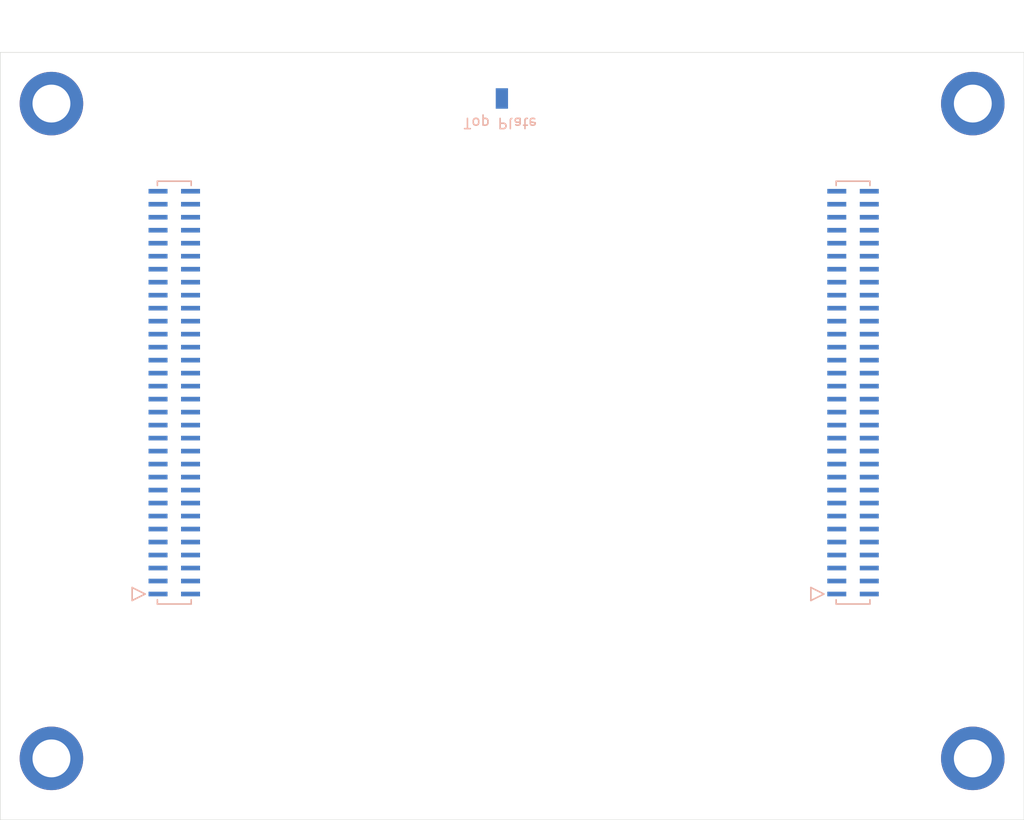
<source format=kicad_pcb>
(kicad_pcb (version 20171130) (host pcbnew 5.1.10-88a1d61d58~88~ubuntu20.04.1)

  (general
    (thickness 0.8)
    (drawings 17)
    (tracks 0)
    (zones 0)
    (modules 7)
    (nets 130)
  )

  (page USLetter)
  (title_block
    (title "PurpleDrop ElectrodeBoard 6")
    (date 2020-09-29)
    (rev 6.1)
    (company "University of Washington Molecular Information Systems Lab")
  )

  (layers
    (0 F.Cu signal)
    (31 B.Cu signal)
    (32 B.Adhes user hide)
    (33 F.Adhes user hide)
    (34 B.Paste user hide)
    (35 F.Paste user hide)
    (36 B.SilkS user hide)
    (37 F.SilkS user)
    (38 B.Mask user hide)
    (39 F.Mask user hide)
    (40 Dwgs.User user)
    (41 Cmts.User user hide)
    (42 Eco1.User user hide)
    (43 Eco2.User user hide)
    (44 Edge.Cuts user)
    (45 Margin user)
    (46 B.CrtYd user)
    (47 F.CrtYd user)
    (48 B.Fab user hide)
    (49 F.Fab user hide)
  )

  (setup
    (last_trace_width 0.15)
    (user_trace_width 0.5)
    (user_trace_width 0.75)
    (trace_clearance 0.105)
    (zone_clearance 0.16)
    (zone_45_only yes)
    (trace_min 0.15)
    (via_size 0.4572)
    (via_drill 0.2032)
    (via_min_size 0.4)
    (via_min_drill 0.2)
    (user_via 0.4572 0.2032)
    (uvia_size 0.3)
    (uvia_drill 0.1)
    (uvias_allowed no)
    (uvia_min_size 0.2)
    (uvia_min_drill 0.1)
    (edge_width 0.05)
    (segment_width 0.2)
    (pcb_text_width 0.3)
    (pcb_text_size 1.5 1.5)
    (mod_edge_width 0.12)
    (mod_text_size 1 1)
    (mod_text_width 0.15)
    (pad_size 6.2 6.2)
    (pad_drill 3.7)
    (pad_to_mask_clearance 0.051)
    (solder_mask_min_width 0.15)
    (aux_axis_origin 0 0)
    (visible_elements FEFFAE7F)
    (pcbplotparams
      (layerselection 0x010fc_ffffffff)
      (usegerberextensions false)
      (usegerberattributes false)
      (usegerberadvancedattributes false)
      (creategerberjobfile false)
      (excludeedgelayer true)
      (linewidth 0.100000)
      (plotframeref false)
      (viasonmask false)
      (mode 1)
      (useauxorigin false)
      (hpglpennumber 1)
      (hpglpenspeed 20)
      (hpglpendiameter 15.000000)
      (psnegative false)
      (psa4output false)
      (plotreference true)
      (plotvalue true)
      (plotinvisibletext false)
      (padsonsilk false)
      (subtractmaskfromsilk false)
      (outputformat 1)
      (mirror false)
      (drillshape 0)
      (scaleselection 1)
      (outputdirectory "outputs/gerbers/"))
  )

  (net 0 "")
  (net 1 /P1)
  (net 2 /P2)
  (net 3 /P3)
  (net 4 /P4)
  (net 5 /P80)
  (net 6 /P79)
  (net 7 /P81)
  (net 8 /P78)
  (net 9 /P82)
  (net 10 /P77)
  (net 11 /P83)
  (net 12 /P76)
  (net 13 /P84)
  (net 14 /P75)
  (net 15 /P85)
  (net 16 /P74)
  (net 17 /P86)
  (net 18 /P73)
  (net 19 /P87)
  (net 20 /P72)
  (net 21 /P88)
  (net 22 /P71)
  (net 23 /P89)
  (net 24 /P70)
  (net 25 /P90)
  (net 26 /P69)
  (net 27 /P91)
  (net 28 /P68)
  (net 29 /P92)
  (net 30 /P67)
  (net 31 /P93)
  (net 32 /P66)
  (net 33 /P94)
  (net 34 /P65)
  (net 35 /P95)
  (net 36 /P64)
  (net 37 /P96)
  (net 38 /P127)
  (net 39 /P97)
  (net 40 /P126)
  (net 41 /P98)
  (net 42 /P125)
  (net 43 /P99)
  (net 44 /P124)
  (net 45 /P100)
  (net 46 /P123)
  (net 47 /P101)
  (net 48 /P122)
  (net 49 /P102)
  (net 50 /P121)
  (net 51 /P103)
  (net 52 /P120)
  (net 53 /P104)
  (net 54 /P119)
  (net 55 /P105)
  (net 56 /P118)
  (net 57 /P106)
  (net 58 /P117)
  (net 59 /P107)
  (net 60 /P116)
  (net 61 /P108)
  (net 62 /P115)
  (net 63 /P109)
  (net 64 /P114)
  (net 65 /P110)
  (net 66 /P113)
  (net 67 /P111)
  (net 68 /P112)
  (net 69 /P48)
  (net 70 /P47)
  (net 71 /P49)
  (net 72 /P46)
  (net 73 /P50)
  (net 74 /P45)
  (net 75 /P51)
  (net 76 /P44)
  (net 77 /P52)
  (net 78 /P43)
  (net 79 /P53)
  (net 80 /P42)
  (net 81 /P54)
  (net 82 /P41)
  (net 83 /P55)
  (net 84 /P40)
  (net 85 /P56)
  (net 86 /P39)
  (net 87 /P57)
  (net 88 /P38)
  (net 89 /P58)
  (net 90 /P37)
  (net 91 /P59)
  (net 92 /P36)
  (net 93 /P60)
  (net 94 /P35)
  (net 95 /P61)
  (net 96 /P34)
  (net 97 /P62)
  (net 98 /P33)
  (net 99 /P63)
  (net 100 /P32)
  (net 101 /P0)
  (net 102 /P31)
  (net 103 /P30)
  (net 104 /P29)
  (net 105 /P28)
  (net 106 /P27)
  (net 107 /P5)
  (net 108 /P26)
  (net 109 /P6)
  (net 110 /P25)
  (net 111 /P7)
  (net 112 /P24)
  (net 113 /P8)
  (net 114 /P23)
  (net 115 /P9)
  (net 116 /P22)
  (net 117 /P10)
  (net 118 /P21)
  (net 119 /P11)
  (net 120 /P20)
  (net 121 /P12)
  (net 122 /P19)
  (net 123 /P13)
  (net 124 /P18)
  (net 125 /P14)
  (net 126 /P17)
  (net 127 /P15)
  (net 128 /P16)
  (net 129 /POUR)

  (net_class Default "This is the default net class."
    (clearance 0.105)
    (trace_width 0.15)
    (via_dia 0.4572)
    (via_drill 0.2032)
    (uvia_dia 0.3)
    (uvia_drill 0.1)
    (add_net /P0)
    (add_net /P1)
    (add_net /P10)
    (add_net /P100)
    (add_net /P101)
    (add_net /P102)
    (add_net /P103)
    (add_net /P104)
    (add_net /P105)
    (add_net /P106)
    (add_net /P107)
    (add_net /P108)
    (add_net /P109)
    (add_net /P11)
    (add_net /P110)
    (add_net /P111)
    (add_net /P112)
    (add_net /P113)
    (add_net /P114)
    (add_net /P115)
    (add_net /P116)
    (add_net /P117)
    (add_net /P118)
    (add_net /P119)
    (add_net /P12)
    (add_net /P120)
    (add_net /P121)
    (add_net /P122)
    (add_net /P123)
    (add_net /P124)
    (add_net /P125)
    (add_net /P126)
    (add_net /P127)
    (add_net /P13)
    (add_net /P14)
    (add_net /P15)
    (add_net /P16)
    (add_net /P17)
    (add_net /P18)
    (add_net /P19)
    (add_net /P2)
    (add_net /P20)
    (add_net /P21)
    (add_net /P22)
    (add_net /P23)
    (add_net /P24)
    (add_net /P25)
    (add_net /P26)
    (add_net /P27)
    (add_net /P28)
    (add_net /P29)
    (add_net /P3)
    (add_net /P30)
    (add_net /P31)
    (add_net /P32)
    (add_net /P33)
    (add_net /P34)
    (add_net /P35)
    (add_net /P36)
    (add_net /P37)
    (add_net /P38)
    (add_net /P39)
    (add_net /P4)
    (add_net /P40)
    (add_net /P41)
    (add_net /P42)
    (add_net /P43)
    (add_net /P44)
    (add_net /P45)
    (add_net /P46)
    (add_net /P47)
    (add_net /P48)
    (add_net /P49)
    (add_net /P5)
    (add_net /P50)
    (add_net /P51)
    (add_net /P52)
    (add_net /P53)
    (add_net /P54)
    (add_net /P55)
    (add_net /P56)
    (add_net /P57)
    (add_net /P58)
    (add_net /P59)
    (add_net /P6)
    (add_net /P60)
    (add_net /P61)
    (add_net /P62)
    (add_net /P63)
    (add_net /P64)
    (add_net /P65)
    (add_net /P66)
    (add_net /P67)
    (add_net /P68)
    (add_net /P69)
    (add_net /P7)
    (add_net /P70)
    (add_net /P71)
    (add_net /P72)
    (add_net /P73)
    (add_net /P74)
    (add_net /P75)
    (add_net /P76)
    (add_net /P77)
    (add_net /P78)
    (add_net /P79)
    (add_net /P8)
    (add_net /P80)
    (add_net /P81)
    (add_net /P82)
    (add_net /P83)
    (add_net /P84)
    (add_net /P85)
    (add_net /P86)
    (add_net /P87)
    (add_net /P88)
    (add_net /P89)
    (add_net /P9)
    (add_net /P90)
    (add_net /P91)
    (add_net /P92)
    (add_net /P93)
    (add_net /P94)
    (add_net /P95)
    (add_net /P96)
    (add_net /P97)
    (add_net /P98)
    (add_net /P99)
    (add_net /POUR)
  )

  (module PurpleDrop:Header1_RA (layer B.Cu) (tedit 60908C28) (tstamp 5E6263D0)
    (at 199 58.25 270)
    (path /5E6FA0F7)
    (fp_text reference J11 (at 0 -5 90) (layer B.SilkS) hide
      (effects (font (size 1 1) (thickness 0.15)) (justify mirror))
    )
    (fp_text value TopPlate (at 0 -3 90) (layer B.Fab)
      (effects (font (size 1 1) (thickness 0.15)) (justify mirror))
    )
    (fp_line (start -3.5 0) (end -1.6 0) (layer B.Fab) (width 0.25))
    (fp_line (start -5.9 0.6) (end -3.5 0.6) (layer B.Fab) (width 0.12))
    (fp_line (start -5.9 -0.6) (end -5.9 0.6) (layer B.Fab) (width 0.12))
    (fp_line (start -3.5 -0.6) (end -5.9 -0.6) (layer B.Fab) (width 0.12))
    (fp_line (start -3.5 0.6) (end -3.5 -0.6) (layer B.Fab) (width 0.12))
    (fp_line (start -5.9 0) (end -9.5 0) (layer B.Fab) (width 0.25))
    (pad 1 smd rect (at 0 0 270) (size 2 1.2) (layers B.Cu B.Paste B.Mask)
      (net 39 /P97))
  )

  (module PurpleDrop:CLP-132-02-F-D locked (layer F.Cu) (tedit 60908B83) (tstamp 5F7CE9A0)
    (at 233.3 87 270)
    (path /5E5EFD11)
    (fp_text reference J1 (at 0 0 90) (layer F.SilkS) hide
      (effects (font (size 1 1) (thickness 0.15)))
    )
    (fp_text value Conn_02x32_Odd_Even (at 0 0 90) (layer F.SilkS) hide
      (effects (font (size 1 1) (thickness 0.15)))
    )
    (fp_text user "Copyright 2016 Accelerated Designs. All rights reserved." (at 0 0 90) (layer Cmts.User) hide
      (effects (font (size 0.127 0.127) (thickness 0.002)))
    )
    (fp_line (start 19.685 2.84734) (end 19.05 4.11734) (layer B.SilkS) (width 0.1524))
    (fp_line (start 19.05 4.11734) (end 20.32 4.11734) (layer B.SilkS) (width 0.1524))
    (fp_line (start 20.32 4.11734) (end 19.685 2.84734) (layer B.SilkS) (width 0.1524))
    (fp_line (start -20.6629 -1.651) (end -20.6629 1.651) (layer B.SilkS) (width 0.1524))
    (fp_line (start -20.6629 1.651) (end -20.24634 1.651) (layer B.SilkS) (width 0.1524))
    (fp_line (start 20.6629 1.651) (end 20.6629 -1.651) (layer B.SilkS) (width 0.1524))
    (fp_line (start 20.6629 -1.651) (end 20.24634 -1.651) (layer B.SilkS) (width 0.1524))
    (fp_line (start 20.24634 1.651) (end 20.6629 1.651) (layer B.SilkS) (width 0.1524))
    (fp_line (start -20.24634 -1.651) (end -20.6629 -1.651) (layer B.SilkS) (width 0.1524))
    (pad "" np_thru_hole circle (at 19.05 0 270) (size 0.6858 0.6858) (drill 0.6858) (layers *.Cu *.Mask))
    (pad "" np_thru_hole circle (at -19.05 0 270) (size 0.6858 0.6858) (drill 0.6858) (layers *.Cu *.Mask))
    (pad 64 smd rect (at -19.685 -1.5875 270) (size 0.4572 1.8542) (layers B.Cu B.Paste B.Mask)
      (net 67 /P111))
    (pad 63 smd rect (at -19.685 1.5875 270) (size 0.4572 1.8542) (layers B.Cu B.Paste B.Mask)
      (net 68 /P112))
    (pad 62 smd rect (at -18.415 -1.5875 270) (size 0.4572 1.8542) (layers B.Cu B.Paste B.Mask)
      (net 65 /P110))
    (pad 61 smd rect (at -18.415 1.5875 270) (size 0.4572 1.8542) (layers B.Cu B.Paste B.Mask)
      (net 66 /P113))
    (pad 60 smd rect (at -17.145 -1.5875 270) (size 0.4572 1.8542) (layers B.Cu B.Paste B.Mask)
      (net 63 /P109))
    (pad 59 smd rect (at -17.145 1.5875 270) (size 0.4572 1.8542) (layers B.Cu B.Paste B.Mask)
      (net 64 /P114))
    (pad 58 smd rect (at -15.875 -1.5875 270) (size 0.4572 1.8542) (layers B.Cu B.Paste B.Mask)
      (net 61 /P108))
    (pad 57 smd rect (at -15.875 1.5875 270) (size 0.4572 1.8542) (layers B.Cu B.Paste B.Mask)
      (net 62 /P115))
    (pad 56 smd rect (at -14.605 -1.5875 270) (size 0.4572 1.8542) (layers B.Cu B.Paste B.Mask)
      (net 59 /P107))
    (pad 55 smd rect (at -14.605 1.5875 270) (size 0.4572 1.8542) (layers B.Cu B.Paste B.Mask)
      (net 60 /P116))
    (pad 54 smd rect (at -13.335 -1.5875 270) (size 0.4572 1.8542) (layers B.Cu B.Paste B.Mask)
      (net 57 /P106))
    (pad 53 smd rect (at -13.335 1.5875 270) (size 0.4572 1.8542) (layers B.Cu B.Paste B.Mask)
      (net 58 /P117))
    (pad 52 smd rect (at -12.065 -1.5875 270) (size 0.4572 1.8542) (layers B.Cu B.Paste B.Mask)
      (net 55 /P105))
    (pad 51 smd rect (at -12.065 1.5875 270) (size 0.4572 1.8542) (layers B.Cu B.Paste B.Mask)
      (net 56 /P118))
    (pad 50 smd rect (at -10.795 -1.5875 270) (size 0.4572 1.8542) (layers B.Cu B.Paste B.Mask)
      (net 53 /P104))
    (pad 49 smd rect (at -10.795 1.5875 270) (size 0.4572 1.8542) (layers B.Cu B.Paste B.Mask)
      (net 54 /P119))
    (pad 48 smd rect (at -9.525 -1.5875 270) (size 0.4572 1.8542) (layers B.Cu B.Paste B.Mask)
      (net 51 /P103))
    (pad 47 smd rect (at -9.525 1.5875 270) (size 0.4572 1.8542) (layers B.Cu B.Paste B.Mask)
      (net 52 /P120))
    (pad 46 smd rect (at -8.255 -1.5875 270) (size 0.4572 1.8542) (layers B.Cu B.Paste B.Mask)
      (net 49 /P102))
    (pad 45 smd rect (at -8.255 1.5875 270) (size 0.4572 1.8542) (layers B.Cu B.Paste B.Mask)
      (net 50 /P121))
    (pad 44 smd rect (at -6.985 -1.5875 270) (size 0.4572 1.8542) (layers B.Cu B.Paste B.Mask)
      (net 47 /P101))
    (pad 43 smd rect (at -6.985 1.5875 270) (size 0.4572 1.8542) (layers B.Cu B.Paste B.Mask)
      (net 48 /P122))
    (pad 42 smd rect (at -5.715 -1.5875 270) (size 0.4572 1.8542) (layers B.Cu B.Paste B.Mask)
      (net 45 /P100))
    (pad 41 smd rect (at -5.715 1.5875 270) (size 0.4572 1.8542) (layers B.Cu B.Paste B.Mask)
      (net 46 /P123))
    (pad 40 smd rect (at -4.445 -1.5875 270) (size 0.4572 1.8542) (layers B.Cu B.Paste B.Mask)
      (net 43 /P99))
    (pad 39 smd rect (at -4.445 1.5875 270) (size 0.4572 1.8542) (layers B.Cu B.Paste B.Mask)
      (net 44 /P124))
    (pad 38 smd rect (at -3.175 -1.5875 270) (size 0.4572 1.8542) (layers B.Cu B.Paste B.Mask)
      (net 41 /P98))
    (pad 37 smd rect (at -3.175 1.5875 270) (size 0.4572 1.8542) (layers B.Cu B.Paste B.Mask)
      (net 42 /P125))
    (pad 36 smd rect (at -1.905 -1.5875 270) (size 0.4572 1.8542) (layers B.Cu B.Paste B.Mask)
      (net 39 /P97))
    (pad 35 smd rect (at -1.905 1.5875 270) (size 0.4572 1.8542) (layers B.Cu B.Paste B.Mask)
      (net 40 /P126))
    (pad 34 smd rect (at -0.635 -1.5875 270) (size 0.4572 1.8542) (layers B.Cu B.Paste B.Mask)
      (net 37 /P96))
    (pad 33 smd rect (at -0.635 1.5875 270) (size 0.4572 1.8542) (layers B.Cu B.Paste B.Mask)
      (net 38 /P127))
    (pad 32 smd rect (at 0.635 -1.5875 270) (size 0.4572 1.8542) (layers B.Cu B.Paste B.Mask)
      (net 35 /P95))
    (pad 31 smd rect (at 0.635 1.5875 270) (size 0.4572 1.8542) (layers B.Cu B.Paste B.Mask)
      (net 36 /P64))
    (pad 30 smd rect (at 1.905 -1.5875 270) (size 0.4572 1.8542) (layers B.Cu B.Paste B.Mask)
      (net 33 /P94))
    (pad 29 smd rect (at 1.905 1.5875 270) (size 0.4572 1.8542) (layers B.Cu B.Paste B.Mask)
      (net 34 /P65))
    (pad 28 smd rect (at 3.175 -1.5875 270) (size 0.4572 1.8542) (layers B.Cu B.Paste B.Mask)
      (net 31 /P93))
    (pad 27 smd rect (at 3.175 1.5875 270) (size 0.4572 1.8542) (layers B.Cu B.Paste B.Mask)
      (net 32 /P66))
    (pad 26 smd rect (at 4.445 -1.5875 270) (size 0.4572 1.8542) (layers B.Cu B.Paste B.Mask)
      (net 29 /P92))
    (pad 25 smd rect (at 4.445 1.5875 270) (size 0.4572 1.8542) (layers B.Cu B.Paste B.Mask)
      (net 30 /P67))
    (pad 24 smd rect (at 5.715 -1.5875 270) (size 0.4572 1.8542) (layers B.Cu B.Paste B.Mask)
      (net 27 /P91))
    (pad 23 smd rect (at 5.715 1.5875 270) (size 0.4572 1.8542) (layers B.Cu B.Paste B.Mask)
      (net 28 /P68))
    (pad 22 smd rect (at 6.985 -1.5875 270) (size 0.4572 1.8542) (layers B.Cu B.Paste B.Mask)
      (net 25 /P90))
    (pad 21 smd rect (at 6.985 1.5875 270) (size 0.4572 1.8542) (layers B.Cu B.Paste B.Mask)
      (net 26 /P69))
    (pad 20 smd rect (at 8.255 -1.5875 270) (size 0.4572 1.8542) (layers B.Cu B.Paste B.Mask)
      (net 23 /P89))
    (pad 19 smd rect (at 8.255 1.5875 270) (size 0.4572 1.8542) (layers B.Cu B.Paste B.Mask)
      (net 24 /P70))
    (pad 18 smd rect (at 9.525 -1.5875 270) (size 0.4572 1.8542) (layers B.Cu B.Paste B.Mask)
      (net 21 /P88))
    (pad 17 smd rect (at 9.525 1.5875 270) (size 0.4572 1.8542) (layers B.Cu B.Paste B.Mask)
      (net 22 /P71))
    (pad 16 smd rect (at 10.795 -1.5875 270) (size 0.4572 1.8542) (layers B.Cu B.Paste B.Mask)
      (net 19 /P87))
    (pad 15 smd rect (at 10.795 1.5875 270) (size 0.4572 1.8542) (layers B.Cu B.Paste B.Mask)
      (net 20 /P72))
    (pad 14 smd rect (at 12.065 -1.5875 270) (size 0.4572 1.8542) (layers B.Cu B.Paste B.Mask)
      (net 17 /P86))
    (pad 13 smd rect (at 12.065 1.5875 270) (size 0.4572 1.8542) (layers B.Cu B.Paste B.Mask)
      (net 18 /P73))
    (pad 12 smd rect (at 13.335 -1.5875 270) (size 0.4572 1.8542) (layers B.Cu B.Paste B.Mask)
      (net 15 /P85))
    (pad 11 smd rect (at 13.335 1.5875 270) (size 0.4572 1.8542) (layers B.Cu B.Paste B.Mask)
      (net 16 /P74))
    (pad 10 smd rect (at 14.605 -1.5875 270) (size 0.4572 1.8542) (layers B.Cu B.Paste B.Mask)
      (net 13 /P84))
    (pad 9 smd rect (at 14.605 1.5875 270) (size 0.4572 1.8542) (layers B.Cu B.Paste B.Mask)
      (net 14 /P75))
    (pad 8 smd rect (at 15.875 -1.5875 270) (size 0.4572 1.8542) (layers B.Cu B.Paste B.Mask)
      (net 11 /P83))
    (pad 7 smd rect (at 15.875 1.5875 270) (size 0.4572 1.8542) (layers B.Cu B.Paste B.Mask)
      (net 12 /P76))
    (pad 6 smd rect (at 17.145 -1.5875 270) (size 0.4572 1.8542) (layers B.Cu B.Paste B.Mask)
      (net 9 /P82))
    (pad 5 smd rect (at 17.145 1.5875 270) (size 0.4572 1.8542) (layers B.Cu B.Paste B.Mask)
      (net 10 /P77))
    (pad 4 smd rect (at 18.415 -1.5875 270) (size 0.4572 1.8542) (layers B.Cu B.Paste B.Mask)
      (net 7 /P81))
    (pad 3 smd rect (at 18.415 1.5875 270) (size 0.4572 1.8542) (layers B.Cu B.Paste B.Mask)
      (net 8 /P78))
    (pad 2 smd rect (at 19.685 -1.5875 270) (size 0.4572 1.8542) (layers B.Cu B.Paste B.Mask)
      (net 5 /P80))
    (pad 1 smd rect (at 19.685 1.5875 270) (size 0.4572 1.8542) (layers B.Cu B.Paste B.Mask)
      (net 6 /P79))
  )

  (module PurpleDrop:CLP-132-02-F-D locked (layer F.Cu) (tedit 60908B83) (tstamp 60516CA2)
    (at 167 87 270)
    (path /5E5F26B9)
    (fp_text reference J2 (at 0 0 90) (layer B.SilkS) hide
      (effects (font (size 1 1) (thickness 0.15)) (justify mirror))
    )
    (fp_text value Conn_02x32_Odd_Even (at 0 0 90) (layer F.SilkS) hide
      (effects (font (size 1 1) (thickness 0.15)))
    )
    (fp_text user "Copyright 2016 Accelerated Designs. All rights reserved." (at 0 0 90) (layer Cmts.User) hide
      (effects (font (size 0.127 0.127) (thickness 0.002)))
    )
    (fp_line (start 19.685 2.84734) (end 19.05 4.11734) (layer B.SilkS) (width 0.1524))
    (fp_line (start 19.05 4.11734) (end 20.32 4.11734) (layer B.SilkS) (width 0.1524))
    (fp_line (start 20.32 4.11734) (end 19.685 2.84734) (layer B.SilkS) (width 0.1524))
    (fp_line (start -20.6629 -1.651) (end -20.6629 1.651) (layer B.SilkS) (width 0.1524))
    (fp_line (start -20.6629 1.651) (end -20.24634 1.651) (layer B.SilkS) (width 0.1524))
    (fp_line (start 20.6629 1.651) (end 20.6629 -1.651) (layer B.SilkS) (width 0.1524))
    (fp_line (start 20.6629 -1.651) (end 20.24634 -1.651) (layer B.SilkS) (width 0.1524))
    (fp_line (start 20.24634 1.651) (end 20.6629 1.651) (layer B.SilkS) (width 0.1524))
    (fp_line (start -20.24634 -1.651) (end -20.6629 -1.651) (layer B.SilkS) (width 0.1524))
    (pad "" np_thru_hole circle (at 19.05 0 270) (size 0.6858 0.6858) (drill 0.6858) (layers *.Cu *.Mask))
    (pad "" np_thru_hole circle (at -19.05 0 270) (size 0.6858 0.6858) (drill 0.6858) (layers *.Cu *.Mask))
    (pad 64 smd rect (at -19.685 -1.5875 270) (size 0.4572 1.8542) (layers B.Cu B.Paste B.Mask)
      (net 127 /P15))
    (pad 63 smd rect (at -19.685 1.5875 270) (size 0.4572 1.8542) (layers B.Cu B.Paste B.Mask)
      (net 128 /P16))
    (pad 62 smd rect (at -18.415 -1.5875 270) (size 0.4572 1.8542) (layers B.Cu B.Paste B.Mask)
      (net 125 /P14))
    (pad 61 smd rect (at -18.415 1.5875 270) (size 0.4572 1.8542) (layers B.Cu B.Paste B.Mask)
      (net 126 /P17))
    (pad 60 smd rect (at -17.145 -1.5875 270) (size 0.4572 1.8542) (layers B.Cu B.Paste B.Mask)
      (net 123 /P13))
    (pad 59 smd rect (at -17.145 1.5875 270) (size 0.4572 1.8542) (layers B.Cu B.Paste B.Mask)
      (net 124 /P18))
    (pad 58 smd rect (at -15.875 -1.5875 270) (size 0.4572 1.8542) (layers B.Cu B.Paste B.Mask)
      (net 121 /P12))
    (pad 57 smd rect (at -15.875 1.5875 270) (size 0.4572 1.8542) (layers B.Cu B.Paste B.Mask)
      (net 122 /P19))
    (pad 56 smd rect (at -14.605 -1.5875 270) (size 0.4572 1.8542) (layers B.Cu B.Paste B.Mask)
      (net 119 /P11))
    (pad 55 smd rect (at -14.605 1.5875 270) (size 0.4572 1.8542) (layers B.Cu B.Paste B.Mask)
      (net 120 /P20))
    (pad 54 smd rect (at -13.335 -1.5875 270) (size 0.4572 1.8542) (layers B.Cu B.Paste B.Mask)
      (net 117 /P10))
    (pad 53 smd rect (at -13.335 1.5875 270) (size 0.4572 1.8542) (layers B.Cu B.Paste B.Mask)
      (net 118 /P21))
    (pad 52 smd rect (at -12.065 -1.5875 270) (size 0.4572 1.8542) (layers B.Cu B.Paste B.Mask)
      (net 115 /P9))
    (pad 51 smd rect (at -12.065 1.5875 270) (size 0.4572 1.8542) (layers B.Cu B.Paste B.Mask)
      (net 116 /P22))
    (pad 50 smd rect (at -10.795 -1.5875 270) (size 0.4572 1.8542) (layers B.Cu B.Paste B.Mask)
      (net 113 /P8))
    (pad 49 smd rect (at -10.795 1.5875 270) (size 0.4572 1.8542) (layers B.Cu B.Paste B.Mask)
      (net 114 /P23))
    (pad 48 smd rect (at -9.525 -1.5875 270) (size 0.4572 1.8542) (layers B.Cu B.Paste B.Mask)
      (net 111 /P7))
    (pad 47 smd rect (at -9.525 1.5875 270) (size 0.4572 1.8542) (layers B.Cu B.Paste B.Mask)
      (net 112 /P24))
    (pad 46 smd rect (at -8.255 -1.5875 270) (size 0.4572 1.8542) (layers B.Cu B.Paste B.Mask)
      (net 109 /P6))
    (pad 45 smd rect (at -8.255 1.5875 270) (size 0.4572 1.8542) (layers B.Cu B.Paste B.Mask)
      (net 110 /P25))
    (pad 44 smd rect (at -6.985 -1.5875 270) (size 0.4572 1.8542) (layers B.Cu B.Paste B.Mask)
      (net 107 /P5))
    (pad 43 smd rect (at -6.985 1.5875 270) (size 0.4572 1.8542) (layers B.Cu B.Paste B.Mask)
      (net 108 /P26))
    (pad 42 smd rect (at -5.715 -1.5875 270) (size 0.4572 1.8542) (layers B.Cu B.Paste B.Mask)
      (net 4 /P4))
    (pad 41 smd rect (at -5.715 1.5875 270) (size 0.4572 1.8542) (layers B.Cu B.Paste B.Mask)
      (net 106 /P27))
    (pad 40 smd rect (at -4.445 -1.5875 270) (size 0.4572 1.8542) (layers B.Cu B.Paste B.Mask)
      (net 3 /P3))
    (pad 39 smd rect (at -4.445 1.5875 270) (size 0.4572 1.8542) (layers B.Cu B.Paste B.Mask)
      (net 105 /P28))
    (pad 38 smd rect (at -3.175 -1.5875 270) (size 0.4572 1.8542) (layers B.Cu B.Paste B.Mask)
      (net 2 /P2))
    (pad 37 smd rect (at -3.175 1.5875 270) (size 0.4572 1.8542) (layers B.Cu B.Paste B.Mask)
      (net 104 /P29))
    (pad 36 smd rect (at -1.905 -1.5875 270) (size 0.4572 1.8542) (layers B.Cu B.Paste B.Mask)
      (net 1 /P1))
    (pad 35 smd rect (at -1.905 1.5875 270) (size 0.4572 1.8542) (layers B.Cu B.Paste B.Mask)
      (net 103 /P30))
    (pad 34 smd rect (at -0.635 -1.5875 270) (size 0.4572 1.8542) (layers B.Cu B.Paste B.Mask)
      (net 101 /P0))
    (pad 33 smd rect (at -0.635 1.5875 270) (size 0.4572 1.8542) (layers B.Cu B.Paste B.Mask)
      (net 102 /P31))
    (pad 32 smd rect (at 0.635 -1.5875 270) (size 0.4572 1.8542) (layers B.Cu B.Paste B.Mask)
      (net 99 /P63))
    (pad 31 smd rect (at 0.635 1.5875 270) (size 0.4572 1.8542) (layers B.Cu B.Paste B.Mask)
      (net 100 /P32))
    (pad 30 smd rect (at 1.905 -1.5875 270) (size 0.4572 1.8542) (layers B.Cu B.Paste B.Mask)
      (net 97 /P62))
    (pad 29 smd rect (at 1.905 1.5875 270) (size 0.4572 1.8542) (layers B.Cu B.Paste B.Mask)
      (net 98 /P33))
    (pad 28 smd rect (at 3.175 -1.5875 270) (size 0.4572 1.8542) (layers B.Cu B.Paste B.Mask)
      (net 95 /P61))
    (pad 27 smd rect (at 3.175 1.5875 270) (size 0.4572 1.8542) (layers B.Cu B.Paste B.Mask)
      (net 96 /P34))
    (pad 26 smd rect (at 4.445 -1.5875 270) (size 0.4572 1.8542) (layers B.Cu B.Paste B.Mask)
      (net 93 /P60))
    (pad 25 smd rect (at 4.445 1.5875 270) (size 0.4572 1.8542) (layers B.Cu B.Paste B.Mask)
      (net 94 /P35))
    (pad 24 smd rect (at 5.715 -1.5875 270) (size 0.4572 1.8542) (layers B.Cu B.Paste B.Mask)
      (net 91 /P59))
    (pad 23 smd rect (at 5.715 1.5875 270) (size 0.4572 1.8542) (layers B.Cu B.Paste B.Mask)
      (net 92 /P36))
    (pad 22 smd rect (at 6.985 -1.5875 270) (size 0.4572 1.8542) (layers B.Cu B.Paste B.Mask)
      (net 89 /P58))
    (pad 21 smd rect (at 6.985 1.5875 270) (size 0.4572 1.8542) (layers B.Cu B.Paste B.Mask)
      (net 90 /P37))
    (pad 20 smd rect (at 8.255 -1.5875 270) (size 0.4572 1.8542) (layers B.Cu B.Paste B.Mask)
      (net 87 /P57))
    (pad 19 smd rect (at 8.255 1.5875 270) (size 0.4572 1.8542) (layers B.Cu B.Paste B.Mask)
      (net 88 /P38))
    (pad 18 smd rect (at 9.525 -1.5875 270) (size 0.4572 1.8542) (layers B.Cu B.Paste B.Mask)
      (net 85 /P56))
    (pad 17 smd rect (at 9.525 1.5875 270) (size 0.4572 1.8542) (layers B.Cu B.Paste B.Mask)
      (net 86 /P39))
    (pad 16 smd rect (at 10.795 -1.5875 270) (size 0.4572 1.8542) (layers B.Cu B.Paste B.Mask)
      (net 83 /P55))
    (pad 15 smd rect (at 10.795 1.5875 270) (size 0.4572 1.8542) (layers B.Cu B.Paste B.Mask)
      (net 84 /P40))
    (pad 14 smd rect (at 12.065 -1.5875 270) (size 0.4572 1.8542) (layers B.Cu B.Paste B.Mask)
      (net 81 /P54))
    (pad 13 smd rect (at 12.065 1.5875 270) (size 0.4572 1.8542) (layers B.Cu B.Paste B.Mask)
      (net 82 /P41))
    (pad 12 smd rect (at 13.335 -1.5875 270) (size 0.4572 1.8542) (layers B.Cu B.Paste B.Mask)
      (net 79 /P53))
    (pad 11 smd rect (at 13.335 1.5875 270) (size 0.4572 1.8542) (layers B.Cu B.Paste B.Mask)
      (net 80 /P42))
    (pad 10 smd rect (at 14.605 -1.5875 270) (size 0.4572 1.8542) (layers B.Cu B.Paste B.Mask)
      (net 77 /P52))
    (pad 9 smd rect (at 14.605 1.5875 270) (size 0.4572 1.8542) (layers B.Cu B.Paste B.Mask)
      (net 78 /P43))
    (pad 8 smd rect (at 15.875 -1.5875 270) (size 0.4572 1.8542) (layers B.Cu B.Paste B.Mask)
      (net 75 /P51))
    (pad 7 smd rect (at 15.875 1.5875 270) (size 0.4572 1.8542) (layers B.Cu B.Paste B.Mask)
      (net 76 /P44))
    (pad 6 smd rect (at 17.145 -1.5875 270) (size 0.4572 1.8542) (layers B.Cu B.Paste B.Mask)
      (net 73 /P50))
    (pad 5 smd rect (at 17.145 1.5875 270) (size 0.4572 1.8542) (layers B.Cu B.Paste B.Mask)
      (net 74 /P45))
    (pad 4 smd rect (at 18.415 -1.5875 270) (size 0.4572 1.8542) (layers B.Cu B.Paste B.Mask)
      (net 71 /P49))
    (pad 3 smd rect (at 18.415 1.5875 270) (size 0.4572 1.8542) (layers B.Cu B.Paste B.Mask)
      (net 72 /P46))
    (pad 2 smd rect (at 19.685 -1.5875 270) (size 0.4572 1.8542) (layers B.Cu B.Paste B.Mask)
      (net 69 /P48))
    (pad 1 smd rect (at 19.685 1.5875 270) (size 0.4572 1.8542) (layers B.Cu B.Paste B.Mask)
      (net 70 /P47))
  )

  (module PurpleDrop:Keystone-4929 locked (layer F.Cu) (tedit 5E6155CE) (tstamp 5E625088)
    (at 245 122.75)
    (path /5E63A114)
    (fp_text reference H4 (at 0 -6.35) (layer F.SilkS) hide
      (effects (font (size 1 1) (thickness 0.15)))
    )
    (fp_text value MountingHole_Pad (at 0 3.81) (layer F.Fab)
      (effects (font (size 1 1) (thickness 0.15)))
    )
    (pad 1 thru_hole circle (at 0 0) (size 6.2 6.2) (drill 3.7) (layers *.Cu *.Mask)
      (net 129 /POUR))
  )

  (module PurpleDrop:Keystone-4929 locked (layer F.Cu) (tedit 5E6155CE) (tstamp 5E625083)
    (at 155 122.75)
    (path /5E63AEC4)
    (fp_text reference H3 (at 0 -6.35) (layer F.SilkS) hide
      (effects (font (size 1 1) (thickness 0.15)))
    )
    (fp_text value MountingHole_Pad (at 0 3.81) (layer F.Fab)
      (effects (font (size 1 1) (thickness 0.15)))
    )
    (pad 1 thru_hole circle (at 0 0) (size 6.2 6.2) (drill 3.7) (layers *.Cu *.Mask)
      (net 129 /POUR))
  )

  (module PurpleDrop:Keystone-4929 locked (layer F.Cu) (tedit 5E6155CE) (tstamp 5E62507E)
    (at 245 58.75)
    (path /5E63B584)
    (fp_text reference H2 (at 0 -6.35) (layer F.SilkS) hide
      (effects (font (size 1 1) (thickness 0.15)))
    )
    (fp_text value MountingHole_Pad (at 0 3.81) (layer F.Fab)
      (effects (font (size 1 1) (thickness 0.15)))
    )
    (pad 1 thru_hole circle (at 0 0) (size 6.2 6.2) (drill 3.7) (layers *.Cu *.Mask)
      (net 129 /POUR))
  )

  (module PurpleDrop:Keystone-4929 locked (layer F.Cu) (tedit 5E6155CE) (tstamp 5E625079)
    (at 155 58.75)
    (path /5E63BC4E)
    (fp_text reference H1 (at 0 -6.35) (layer F.SilkS) hide
      (effects (font (size 1 1) (thickness 0.15)))
    )
    (fp_text value MountingHole_Pad (at 0 3.81) (layer F.Fab)
      (effects (font (size 1 1) (thickness 0.15)))
    )
    (pad 1 thru_hole circle (at 0 0) (size 6.2 6.2) (drill 3.7) (layers *.Cu *.Mask)
      (net 129 /POUR))
  )

  (dimension 74.5 (width 0.15) (layer Cmts.User)
    (gr_text "74.500 mm" (at 256.3 92.25 -90) (layer Cmts.User)
      (effects (font (size 1.5 1.5) (thickness 0.15)))
    )
    (feature1 (pts (xy 245 129.5) (xy 255.586421 129.5)))
    (feature2 (pts (xy 245 55) (xy 255.586421 55)))
    (crossbar (pts (xy 255 55) (xy 255 129.5)))
    (arrow1a (pts (xy 255 129.5) (xy 254.413579 128.373496)))
    (arrow1b (pts (xy 255 129.5) (xy 255.586421 128.373496)))
    (arrow2a (pts (xy 255 55) (xy 254.413579 56.126504)))
    (arrow2b (pts (xy 255 55) (xy 255.586421 56.126504)))
  )
  (dimension 90 (width 0.15) (layer Cmts.User)
    (gr_text "90.000 mm" (at 200 44.7) (layer Cmts.User)
      (effects (font (size 1.5 1.5) (thickness 0.15)))
    )
    (feature1 (pts (xy 155 55) (xy 155 45.413579)))
    (feature2 (pts (xy 245 55) (xy 245 45.413579)))
    (crossbar (pts (xy 245 46) (xy 155 46)))
    (arrow1a (pts (xy 155 46) (xy 156.126504 45.413579)))
    (arrow1b (pts (xy 155 46) (xy 156.126504 46.586421)))
    (arrow2a (pts (xy 245 46) (xy 243.873496 45.413579)))
    (arrow2b (pts (xy 245 46) (xy 243.873496 46.586421)))
  )
  (dimension 84.5 (width 0.15) (layer Cmts.User)
    (gr_text "84.500 mm" (at 143.2 92.25 -90) (layer Cmts.User)
      (effects (font (size 1.5 1.5) (thickness 0.15)))
    )
    (feature1 (pts (xy 150 134.5) (xy 143.913579 134.5)))
    (feature2 (pts (xy 150 50) (xy 143.913579 50)))
    (crossbar (pts (xy 144.5 50) (xy 144.5 134.5)))
    (arrow1a (pts (xy 144.5 134.5) (xy 143.913579 133.373496)))
    (arrow1b (pts (xy 144.5 134.5) (xy 145.086421 133.373496)))
    (arrow2a (pts (xy 144.5 50) (xy 143.913579 51.126504)))
    (arrow2b (pts (xy 144.5 50) (xy 145.086421 51.126504)))
  )
  (gr_text "NOTES: (UNLESS OTHERWISE SPECIFIED)\n\n1. STANDARD\nA. PCB TO BE FABRICATED IN ACCORDANCE WITH IPC-6012, CLASS 2\n\n2. MATERIAL\nA. FR-4\nB. FINISHED THICKNESS TO BE 0.062\"\n\n3. SURFACE FINISH\nA. ENIG\n\n4. HOLES\nA. ALL PLATED HOLES TO BE FILLED WITH CONDUCTIVE EPOXY FILL AND PLATED OVER FOR VIA-IN-PAD ON TOP LAYER\n\n5. SOLDERMASK\nA. SOLDERMASK OVER BARE COPPER ON TOP AND BOTTOM SIDES ACCODING TO SUPPLIED ARTWORK\nB. COLOR: BLACK\n\n6. SILK SCREEN\nA. SILKSCREEN TOP AND BOTTOM ACCORDING TO SUPPLIED ARTWORK\nB. COLOR: WHITE\n\n" (at 29 59) (layer Cmts.User)
    (effects (font (size 1 1) (thickness 0.15)) (justify left))
  )
  (dimension 100 (width 0.15) (layer Cmts.User)
    (gr_text "100.000 mm" (at 200 39.7) (layer Cmts.User)
      (effects (font (size 1.5 1.5) (thickness 0.15)))
    )
    (feature1 (pts (xy 150 50) (xy 150 40.413579)))
    (feature2 (pts (xy 250 50) (xy 250 40.413579)))
    (crossbar (pts (xy 250 41) (xy 150 41)))
    (arrow1a (pts (xy 150 41) (xy 151.126504 40.413579)))
    (arrow1b (pts (xy 150 41) (xy 151.126504 41.586421)))
    (arrow2a (pts (xy 250 41) (xy 248.873496 40.413579)))
    (arrow2b (pts (xy 250 41) (xy 248.873496 41.586421)))
  )
  (gr_text "Top Plate" (at 198.85 60.65 180) (layer B.SilkS)
    (effects (font (size 1 1) (thickness 0.15)) (justify mirror))
  )
  (gr_line (start 150 128.75) (end 150 53.75) (layer Edge.Cuts) (width 0.05) (tstamp 5E5DAEAA))
  (gr_line (start 250 128.75) (end 150 128.75) (layer Edge.Cuts) (width 0.05))
  (gr_line (start 250 53.75) (end 250 128.75) (layer Edge.Cuts) (width 0.05))
  (gr_line (start 150 53.75) (end 250 53.75) (layer Edge.Cuts) (width 0.05))
  (gr_line (start 160 114) (end 160 60) (layer Eco1.User) (width 0.15) (tstamp 5E5DAE90))
  (gr_line (start 240 114) (end 160 114) (layer Eco1.User) (width 0.15))
  (gr_line (start 160 60) (end 240 60) (layer Eco1.User) (width 0.15))
  (gr_line (start 175 112) (end 175 62) (layer Eco1.User) (width 0.15) (tstamp 5E5D9313))
  (gr_line (start 225 62) (end 225 112) (layer Eco1.User) (width 0.15) (tstamp 5E5D9312))
  (gr_line (start 225 112) (end 175 112) (layer Eco1.User) (width 0.15))
  (gr_line (start 175 62) (end 225 62) (layer Eco1.User) (width 0.15))

  (zone (net 0) (net_name "") (layer F.Mask) (tstamp 604FA10D) (hatch edge 0.508)
    (connect_pads yes (clearance 0.2))
    (min_thickness 0.254)
    (fill (arc_segments 32) (thermal_gap 0.508) (thermal_bridge_width 0.508))
    (polygon
      (pts
        (xy 251.975 135.891815) (xy 148.95 135.8) (xy 149 46.7) (xy 252.4525 46.735414)
      )
    )
    (polygon
      (pts
        (xy 221.8 84.8) (xy 221.8 92.9) (xy 229.8 92.9) (xy 229.8 84.8)
      )
    )
    (polygon
      (pts
        (xy 170.3 84.9) (xy 170.3 92.9) (xy 178.3 92.9) (xy 178.3 84.9)
      )
    )
  )
)

</source>
